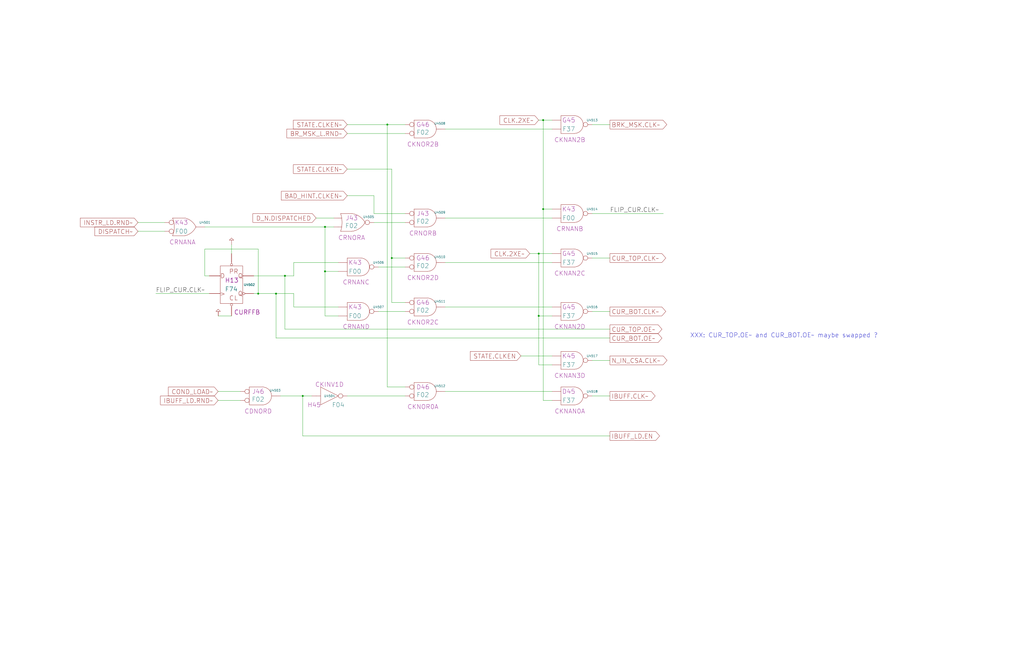
<source format=kicad_sch>
(kicad_sch (version 20211123) (generator eeschema)
  (paper "User" 584.2 378.46)
  (title_block (title "MACRO CONTROL") (date "22-MAY-90") (rev "1.0") (comment 1 "SEQUENCER") (comment 2 "232-003064") (comment 3 "S400") (comment 4 "RELEASED"))
  (lib_symbols
    (symbol "r1000:F00" (pin_numbers hide) (pin_names hide)
      (property "Reference" "U" (at 15.24 0 0))
      (property "Value" "F00" (at 1.905 -5.08 0))
      (property "Location" "___" (at 1.905 0 0))
      (property "Name" "______" (at 2.54 -12.7 0))
      (symbol "F00_0_1"
        (polyline (pts (xy -2.54 -7.62) (xy 5.08 -7.62)) (stroke (width 0.1524)))
        (polyline (pts (xy -2.54 2.54) (xy -2.54 -7.62)) (stroke (width 0.1524)))
        (polyline (pts (xy -2.54 2.54) (xy 5.08 2.54)) (stroke (width 0.1524)))
        (arc (start 5.08 -7.62) (mid 10.1282 -2.54) (end 5.08 2.54) (stroke (width 0.1524)))
        (circle (center 11.43 -2.54) (radius 1.27) (stroke (width 0.1524)))
      )
      (symbol "F00_0_2"
        (circle (center -3.81 -5.08) (radius 1.27) (stroke (width 0.1524)))
        (circle (center -3.81 0) (radius 1.27) (stroke (width 0.1524)))
        (arc (start -3.175 -7.62) (mid -2.134 -2.54) (end -3.175 2.54) (stroke (width 0.1524)))
        (polyline (pts (xy -3.175 -7.62) (xy 3.81 -7.62)) (stroke (width 0.1524)))
        (polyline (pts (xy -3.175 2.54) (xy 3.81 2.54)) (stroke (width 0.1524)))
        (arc (start 3.81 -7.62) (mid 7.5855 -5.8306) (end 10.16 -2.54) (stroke (width 0.1524)))
        (arc (start 10.16 -2.54) (mid 7.5827 0.7471) (end 3.81 2.54) (stroke (width 0.1524)))
      )
      (symbol "F00_1_1"
        (pin input line (at -7.62 0 0) (length 5.08) (name "D0") (number "1"))
        (pin input line (at -7.62 -5.08 0) (length 5.08) (name "D1") (number "2"))
        (pin output line (at 15.24 -2.54 180) (length 2.54) (name "Q") (number "3"))
      )
      (symbol "F00_1_2"
        (pin input line (at -7.62 0 0) (length 2.54) (name "D0") (number "1"))
        (pin input line (at -7.62 -5.08 0) (length 2.54) (name "D1") (number "2"))
        (pin output line (at 15.24 -2.54 180) (length 5.08) (name "Q") (number "3"))
      )
    )
    (symbol "r1000:F02" (pin_numbers hide) (pin_names hide)
      (property "Reference" "U" (at 12.16 0.635 0))
      (property "Value" "F02" (at -1.27 -4.445 0))
      (property "Location" "___" (at 2.54 0 0))
      (property "Name" "______" (at 2.54 -12.7 0))
      (symbol "F02_0_1"
        (arc (start -3.81 -7.62) (mid -2.9847 -2.54) (end -3.81 2.54) (stroke (width 0.1524)))
        (polyline (pts (xy -5.08 -5.08) (xy -3.175 -5.08)) (stroke (width 0.1524)))
        (polyline (pts (xy -5.08 0) (xy -3.175 0)) (stroke (width 0.1524)))
        (polyline (pts (xy -3.81 -7.62) (xy 2.54 -7.62)) (stroke (width 0.1524)))
        (polyline (pts (xy -3.81 2.54) (xy 2.54 2.54)) (stroke (width 0.1524)))
        (polyline (pts (xy 13.97 -2.54) (xy 12.7 -2.54)) (stroke (width 0.1524)))
        (arc (start 2.54 -7.62) (mid 6.9515 -5.9823) (end 10.16 -2.54) (stroke (width 0.1524)))
        (arc (start 10.16 -2.54) (mid 6.9478 0.8966) (end 2.54 2.54) (stroke (width 0.1524)))
        (circle (center 11.43 -2.54) (radius 1.27) (stroke (width 0.1524)))
      )
      (symbol "F02_0_2"
        (circle (center -3.81 -5.08) (radius 1.27) (stroke (width 0.1524)))
        (circle (center -3.81 0) (radius 1.27) (stroke (width 0.1524)))
        (polyline (pts (xy -2.54 -7.62) (xy 5.08 -7.62)) (stroke (width 0.1524)))
        (polyline (pts (xy -2.54 2.54) (xy -2.54 -7.62)) (stroke (width 0.1524)))
        (polyline (pts (xy -2.54 2.54) (xy 5.08 2.54)) (stroke (width 0.1524)))
        (polyline (pts (xy 11.43 -2.54) (xy 10.16 -2.54)) (stroke (width 0.1524)))
        (polyline (pts (xy 11.43 -2.54) (xy 12.7 -2.54)) (stroke (width 0.1524)))
        (arc (start 5.08 -7.62) (mid 10.1282 -2.54) (end 5.08 2.54) (stroke (width 0.1524)))
      )
      (symbol "F02_1_1"
        (pin input line (at -7.62 0 0) (length 2.54) (name "D0") (number "1"))
        (pin input line (at -7.62 -5.08 0) (length 2.54) (name "D1") (number "2"))
        (pin output line (at 15.24 -2.54 180) (length 1.27) (name "Q") (number "3"))
      )
      (symbol "F02_1_2"
        (pin input line (at -7.62 0 0) (length 2.54) (name "D0") (number "1"))
        (pin input line (at -7.62 -5.08 0) (length 2.54) (name "D1") (number "2"))
        (pin output line (at 15.24 -2.54 180) (length 2.54) (name "Q") (number "3"))
      )
    )
    (symbol "r1000:F04" (pin_numbers hide) (pin_names hide)
      (property "Reference" "U" (at 0 0 0))
      (property "Value" "F04" (at 1.27 -5.08 0))
      (property "Location" "___" (at -12.7 -5.08 0))
      (property "Name" "______" (at 0 5.08 0))
      (symbol "F04_0_1"
        (polyline (pts (xy -7.62 0) (xy -5.08 0)) (stroke (width 0.1524)))
        (polyline (pts (xy -5.08 5.08) (xy -5.08 -5.08)) (stroke (width 0.1524)))
        (polyline (pts (xy 5.08 0) (xy -5.08 -5.08)) (stroke (width 0.1524)))
        (polyline (pts (xy 5.08 0) (xy -5.08 5.08)) (stroke (width 0.1524)))
        (circle (center 6.35 0) (radius 1.27) (stroke (width 0.1524)))
      )
      (symbol "F04_1_1"
        (pin input line (at -10.16 0 0) (length 2.54) (name "D") (number "1"))
        (pin output line (at 10.16 0 180) (length 2.54) (name "Q") (number "2"))
      )
    )
    (symbol "r1000:F37" (pin_numbers hide) (pin_names (offset 0) hide)
      (property "Reference" "U" (at 15.24 0 0))
      (property "Value" "F37" (at 1.905 -5.08 0))
      (property "Location" "___" (at 1.905 0 0))
      (property "Name" "______" (at 2.54 -12.7 0))
      (symbol "F37_0_1"
        (polyline (pts (xy -2.54 -7.62) (xy 5.08 -7.62)) (stroke (width 0.1524)))
        (polyline (pts (xy -2.54 2.54) (xy -2.54 -7.62)) (stroke (width 0.1524)))
        (polyline (pts (xy -2.54 2.54) (xy 5.08 2.54)) (stroke (width 0.1524)))
        (arc (start 5.08 -7.62) (mid 10.1282 -2.54) (end 5.08 2.54) (stroke (width 0.1524)))
        (circle (center 11.43 -2.54) (radius 1.27) (stroke (width 0.1524)))
      )
      (symbol "F37_0_2"
        (circle (center -3.81 -5.08) (radius 1.27) (stroke (width 0.1524)))
        (circle (center -3.81 0) (radius 1.27) (stroke (width 0.1524)))
        (arc (start -3.175 -7.62) (mid -2.134 -2.54) (end -3.175 2.54) (stroke (width 0.1524)))
        (polyline (pts (xy -3.175 -7.62) (xy 3.81 -7.62)) (stroke (width 0.1524)))
        (polyline (pts (xy -3.175 2.54) (xy 3.81 2.54)) (stroke (width 0.1524)))
        (arc (start 3.81 -7.62) (mid 7.5855 -5.8306) (end 10.16 -2.54) (stroke (width 0.1524)))
        (arc (start 10.16 -2.54) (mid 7.5827 0.7471) (end 3.81 2.54) (stroke (width 0.1524)))
      )
      (symbol "F37_1_1"
        (pin input line (at -7.62 0 0) (length 5.08) (name "D0") (number "1"))
        (pin input line (at -7.62 -5.08 0) (length 5.08) (name "D1") (number "2"))
        (pin output line (at 15.24 -2.54 180) (length 2.54) (name "Q") (number "3"))
      )
      (symbol "F37_1_2"
        (pin input line (at -7.62 0 0) (length 2.54) (name "D0") (number "1"))
        (pin input line (at -7.62 -5.08 0) (length 2.54) (name "D1") (number "2"))
        (pin output line (at 15.24 -2.54 180) (length 5.08) (name "Q") (number "3"))
      )
    )
    (symbol "r1000:F74" (pin_numbers hide) (pin_names (offset 1.016) hide)
      (property "Reference" "U" (at 12.7 -2.54 0))
      (property "Value" "F74" (at -1.27 -5.08 0))
      (property "Location" "___" (at -1.27 0 0))
      (property "Name" "______" (at 11.43 -19.685 0))
      (symbol "F74_0_1"
        (rectangle (start -3.81 8.255) (end 8.89 -13.335) (stroke (width 0.1524)))
        (polyline (pts (xy 2.54 -15.24) (xy 2.54 -14.605)) (stroke (width 0.1524)))
        (polyline (pts (xy 2.54 10.16) (xy 2.54 9.525)) (stroke (width 0.1524)))
      )
      (symbol "F74_1_1"
        (circle (center 2.54 -13.97) (radius 0.635))
        (circle (center 2.54 8.89) (radius 0.635))
        (circle (center 9.525 -7.62) (radius 0.635))
        (text ">" (at -2.54 -7.62 0) (effects (font (size 2.54 2.54))))
        (text "C" (at 2.54 -10.16 0) (effects (font (size 2.54 2.54))))
        (text "D" (at -2.54 2.54 0) (effects (font (size 2.54 2.54))))
        (text "L" (at 5.08 -10.16 0) (effects (font (size 2.54 2.54))))
        (text "P" (at 2.54 5.08 0) (effects (font (size 2.54 2.54))))
        (text "Q" (at 7.62 -7.62 0) (effects (font (size 2.54 2.54))))
        (text "Q" (at 7.62 2.54 0) (effects (font (size 2.54 2.54))))
        (text "R" (at 5.08 5.08 0) (effects (font (size 2.54 2.54))))
        (pin input line (at 2.54 -20.32 90) (length 5.08) (name "CL_") (number "1"))
        (pin input line (at -10.16 2.54 0) (length 6.35) (name "D") (number "2"))
        (pin input line (at -10.16 -7.62 0) (length 6.35) (name "CLK") (number "3"))
        (pin input line (at 2.54 15.24 270) (length 5.08) (name "PR_") (number "4"))
        (pin output line (at 15.24 2.54 180) (length 6.35) (name "Q") (number "5"))
        (pin output line (at 15.24 -7.62 180) (length 5.08) (name "Q_") (number "6"))
      )
    )
    (symbol "r1000:PU" (power) (pin_numbers hide) (pin_names hide)
      (symbol "PU_0_1"
        (polyline (pts (xy 0 2.54) (xy -1.27 2.54) (xy 0 3.81) (xy 1.27 2.54) (xy 0 2.54)) (stroke (width 0.1524)))
      )
      (symbol "PU_1_1"
        (pin power_in line (at 0 0 90) (length 2.54) (name "PU") (number "1"))
      )
    )
  )
  (wire (pts (xy 116.84 129.54) (xy 185.42 129.54)))
  (wire (pts (xy 116.84 142.24) (xy 147.32 142.24)))
  (wire (pts (xy 116.84 157.48) (xy 116.84 142.24)))
  (wire (pts (xy 119.38 157.48) (xy 116.84 157.48)))
  (wire (pts (xy 124.46 180.34) (xy 132.08 180.34)))
  (wire (pts (xy 124.46 223.52) (xy 137.16 223.52)))
  (wire (pts (xy 124.46 228.6) (xy 137.16 228.6)))
  (wire (pts (xy 132.08 139.7) (xy 132.08 144.78)))
  (wire (pts (xy 144.78 167.64) (xy 147.32 167.64)))
  (wire (pts (xy 147.32 142.24) (xy 147.32 167.64)))
  (wire (pts (xy 147.32 167.64) (xy 157.48 167.64)))
  (wire (pts (xy 157.48 167.64) (xy 157.48 193.04)))
  (wire (pts (xy 157.48 167.64) (xy 167.64 167.64)))
  (wire (pts (xy 160.02 226.06) (xy 172.72 226.06)))
  (wire (pts (xy 162.56 157.48) (xy 144.78 157.48)))
  (wire (pts (xy 162.56 157.48) (xy 162.56 187.96)))
  (wire (pts (xy 167.64 149.86) (xy 167.64 157.48)))
  (wire (pts (xy 167.64 157.48) (xy 162.56 157.48)))
  (wire (pts (xy 167.64 175.26) (xy 167.64 167.64)))
  (wire (pts (xy 172.72 226.06) (xy 172.72 248.92)))
  (wire (pts (xy 172.72 226.06) (xy 177.8 226.06)))
  (wire (pts (xy 172.72 248.92) (xy 347.98 248.92)))
  (wire (pts (xy 180.34 124.46) (xy 190.5 124.46)))
  (wire (pts (xy 185.42 129.54) (xy 190.5 129.54)))
  (wire (pts (xy 185.42 154.94) (xy 185.42 129.54)))
  (wire (pts (xy 185.42 154.94) (xy 193.04 154.94)))
  (wire (pts (xy 185.42 180.34) (xy 185.42 154.94)))
  (wire (pts (xy 193.04 149.86) (xy 167.64 149.86)))
  (wire (pts (xy 193.04 175.26) (xy 167.64 175.26)))
  (wire (pts (xy 193.04 180.34) (xy 185.42 180.34)))
  (wire (pts (xy 198.12 111.76) (xy 213.36 111.76)))
  (wire (pts (xy 198.12 226.06) (xy 231.14 226.06)))
  (wire (pts (xy 198.12 71.12) (xy 220.98 71.12)))
  (wire (pts (xy 198.12 76.2) (xy 231.14 76.2)))
  (wire (pts (xy 198.12 96.52) (xy 223.52 96.52)))
  (wire (pts (xy 213.36 111.76) (xy 213.36 121.92)))
  (wire (pts (xy 213.36 121.92) (xy 231.14 121.92)))
  (wire (pts (xy 213.36 127) (xy 231.14 127)))
  (wire (pts (xy 215.9 152.4) (xy 231.14 152.4)))
  (wire (pts (xy 215.9 177.8) (xy 231.14 177.8)))
  (wire (pts (xy 220.98 220.98) (xy 220.98 71.12)))
  (wire (pts (xy 220.98 71.12) (xy 231.14 71.12)))
  (wire (pts (xy 223.52 147.32) (xy 231.14 147.32)))
  (wire (pts (xy 223.52 172.72) (xy 223.52 147.32)))
  (wire (pts (xy 223.52 96.52) (xy 223.52 147.32)))
  (wire (pts (xy 231.14 172.72) (xy 223.52 172.72)))
  (wire (pts (xy 231.14 220.98) (xy 220.98 220.98)))
  (wire (pts (xy 254 124.46) (xy 314.96 124.46)))
  (wire (pts (xy 254 149.86) (xy 314.96 149.86)))
  (wire (pts (xy 254 175.26) (xy 314.96 175.26)))
  (wire (pts (xy 254 223.52) (xy 314.96 223.52)))
  (wire (pts (xy 254 73.66) (xy 314.96 73.66)))
  (wire (pts (xy 297.18 203.2) (xy 314.96 203.2)))
  (wire (pts (xy 302.26 144.78) (xy 307.34 144.78)))
  (wire (pts (xy 307.34 144.78) (xy 314.96 144.78)))
  (wire (pts (xy 307.34 180.34) (xy 307.34 144.78)))
  (wire (pts (xy 307.34 208.28) (xy 307.34 180.34)))
  (wire (pts (xy 307.34 68.58) (xy 309.88 68.58)))
  (wire (pts (xy 309.88 119.38) (xy 309.88 228.6)))
  (wire (pts (xy 309.88 119.38) (xy 309.88 68.58)))
  (wire (pts (xy 309.88 68.58) (xy 314.96 68.58)))
  (wire (pts (xy 314.96 119.38) (xy 309.88 119.38)))
  (wire (pts (xy 314.96 180.34) (xy 307.34 180.34)))
  (wire (pts (xy 314.96 208.28) (xy 307.34 208.28)))
  (wire (pts (xy 314.96 228.6) (xy 309.88 228.6)))
  (wire (pts (xy 337.82 121.92) (xy 378.46 121.92)))
  (wire (pts (xy 337.82 147.32) (xy 347.98 147.32)))
  (wire (pts (xy 337.82 177.8) (xy 347.98 177.8)))
  (wire (pts (xy 337.82 205.74) (xy 347.98 205.74)))
  (wire (pts (xy 337.82 226.06) (xy 347.98 226.06)))
  (wire (pts (xy 337.82 71.12) (xy 347.98 71.12)))
  (wire (pts (xy 347.98 187.96) (xy 162.56 187.96)))
  (wire (pts (xy 347.98 193.04) (xy 157.48 193.04)))
  (wire (pts (xy 78.74 127) (xy 93.98 127)))
  (wire (pts (xy 78.74 132.08) (xy 93.98 132.08)))
  (wire (pts (xy 88.9 167.64) (xy 119.38 167.64)))
  (global_label "INSTR_LD.RND~" (shape input) (at 78.74 127 180) (effects (font (size 2.54 2.54))) (property "Intersheet References" "${INTERSHEET_REFS}" (at 45.853 126.8413 0) (effects (font (size 2.54 2.54)) (justify right))))
  (global_label "DISPATCH~" (shape input) (at 78.74 132.08 180) (effects (font (size 2.54 2.54))) (property "Intersheet References" "${INTERSHEET_REFS}" (at 54.0778 131.9213 0) (effects (font (size 2.54 2.54)) (justify right))))
  (label "FLIP_CUR.CLK~" (at 88.9 167.64 0) (effects (font (size 2.54 2.54))))
  (symbol (lib_id "r1000:F00") (at 101.6 127 0) (unit 1) (convert 2)
    (property "Reference" "U4501" (at 116.84 127 0))
    (property "Value" "F00" (at 103.505 132.08 0) (effects (font (size 2.54 2.54))))
    (property "Location" "K43" (at 103.505 127 0) (effects (font (size 2.54 2.54))))
    (property "Name" "CRNANA" (at 104.14 139.7 0) (effects (font (size 2.54 2.54)) (justify bottom)))
  )
  (symbol (lib_id "r1000:PU") (at 124.46 180.34 0) (unit 1)
    (property "Reference" "#PWR04501" (effects hide))
    (property "Value" "PU" (effects hide))
  )
  (global_label "COND_LOAD~" (shape input) (at 124.46 223.52 180) (effects (font (size 2.54 2.54))) (property "Intersheet References" "${INTERSHEET_REFS}" (at 96.0483 223.3613 0) (effects (font (size 2.54 2.54)) (justify right))))
  (global_label "IBUFF_LD.RND~" (shape input) (at 124.46 228.6 180) (effects (font (size 2.54 2.54))) (property "Intersheet References" "${INTERSHEET_REFS}" (at 91.573 228.4413 0) (effects (font (size 2.54 2.54)) (justify right))))
  (symbol (lib_id "r1000:F74") (at 129.54 160.02 0) (unit 1)
    (property "Reference" "U4502" (at 142.24 162.56 0))
    (property "Value" "F74" (at 128.27 165.1 0) (effects (font (size 2.54 2.54)) (justify left)))
    (property "Location" "H13" (at 128.27 160.02 0) (effects (font (size 2.54 2.54)) (justify left)))
    (property "Name" "CURFFB" (at 140.97 179.705 0) (effects (font (size 2.54 2.54)) (justify bottom)))
  )
  (symbol (lib_id "r1000:PU") (at 132.08 139.7 0) (unit 1)
    (property "Reference" "#PWR04502" (effects hide))
    (property "Value" "PU" (effects hide))
  )
  (symbol (lib_id "r1000:F02") (at 144.78 223.52 0) (unit 1) (convert 2)
    (property "Reference" "U4503" (at 156.94 222.885 0))
    (property "Value" "F02" (at 143.51 227.965 0) (effects (font (size 2.54 2.54)) (justify left)))
    (property "Location" "J46" (at 147.32 223.52 0) (effects (font (size 2.54 2.54))))
    (property "Name" "CDNORD" (at 147.32 236.22 0) (effects (font (size 2.54 2.54)) (justify bottom)))
  )
  (junction (at 147.32 167.64))
  (junction (at 157.48 167.64))
  (junction (at 162.56 157.48))
  (junction (at 172.72 226.06))
  (global_label "D_N.DISPATCHED" (shape input) (at 180.34 124.46 180) (effects (font (size 2.54 2.54))) (property "Intersheet References" "${INTERSHEET_REFS}" (at 144.3083 124.3013 0) (effects (font (size 2.54 2.54)) (justify right))))
  (junction (at 185.42 129.54))
  (junction (at 185.42 154.94))
  (symbol (lib_id "r1000:F04") (at 187.96 226.06 0) (unit 1)
    (property "Reference" "U4504" (at 187.96 226.06 0))
    (property "Value" "F04" (at 189.23 231.14 0) (effects (font (size 2.54 2.54)) (justify left)))
    (property "Location" "H45" (at 175.26 231.14 0) (effects (font (size 2.54 2.54)) (justify left)))
    (property "Name" "CKINV1D" (at 187.96 220.98 0) (effects (font (size 2.54 2.54)) (justify bottom)))
  )
  (global_label "STATE.CLKEN~" (shape input) (at 198.12 71.12 180) (effects (font (size 2.54 2.54))) (property "Intersheet References" "${INTERSHEET_REFS}" (at 161.2416 70.9613 0) (effects (font (size 2.54 2.54)) (justify right))))
  (global_label "BR_MSK_L.RND~" (shape input) (at 198.12 76.2 180) (effects (font (size 2.54 2.54))) (property "Intersheet References" "${INTERSHEET_REFS}" (at 163.6607 76.0413 0) (effects (font (size 2.54 2.54)) (justify right))))
  (global_label "STATE.CLKEN~" (shape input) (at 198.12 96.52 180) (effects (font (size 2.54 2.54))) (property "Intersheet References" "${INTERSHEET_REFS}" (at 161.2416 96.3613 0) (effects (font (size 2.54 2.54)) (justify right))))
  (global_label "BAD_HINT.CLKEN~" (shape input) (at 198.12 111.76 180) (effects (font (size 2.54 2.54))) (property "Intersheet References" "${INTERSHEET_REFS}" (at 160.5159 111.6013 0) (effects (font (size 2.54 2.54)) (justify right))))
  (symbol (lib_id "r1000:F02") (at 198.12 124.46 0) (unit 1)
    (property "Reference" "U4505" (at 210.28 123.825 0))
    (property "Value" "F02" (at 196.85 128.905 0) (effects (font (size 2.54 2.54)) (justify left)))
    (property "Location" "J43" (at 200.66 124.46 0) (effects (font (size 2.54 2.54))))
    (property "Name" "CRNORA" (at 200.66 137.16 0) (effects (font (size 2.54 2.54)) (justify bottom)))
  )
  (symbol (lib_id "r1000:F00") (at 200.66 149.86 0) (unit 1)
    (property "Reference" "U4506" (at 215.9 149.86 0))
    (property "Value" "F00" (at 202.565 154.94 0) (effects (font (size 2.54 2.54))))
    (property "Location" "K43" (at 202.565 149.86 0) (effects (font (size 2.54 2.54))))
    (property "Name" "CRNANC" (at 203.2 162.56 0) (effects (font (size 2.54 2.54)) (justify bottom)))
  )
  (symbol (lib_id "r1000:F00") (at 200.66 175.26 0) (unit 1)
    (property "Reference" "U4507" (at 215.9 175.26 0))
    (property "Value" "F00" (at 202.565 180.34 0) (effects (font (size 2.54 2.54))))
    (property "Location" "K43" (at 202.565 175.26 0) (effects (font (size 2.54 2.54))))
    (property "Name" "CRNAND" (at 203.2 187.96 0) (effects (font (size 2.54 2.54)) (justify bottom)))
  )
  (junction (at 220.98 71.12))
  (junction (at 223.52 147.32))
  (symbol (lib_id "r1000:F02") (at 238.76 71.12 0) (unit 1) (convert 2)
    (property "Reference" "U4508" (at 250.92 70.485 0))
    (property "Value" "F02" (at 237.49 75.565 0) (effects (font (size 2.54 2.54)) (justify left)))
    (property "Location" "G46" (at 241.3 71.12 0) (effects (font (size 2.54 2.54))))
    (property "Name" "CKNOR2B" (at 241.3 83.82 0) (effects (font (size 2.54 2.54)) (justify bottom)))
  )
  (symbol (lib_id "r1000:F02") (at 238.76 121.92 0) (unit 1) (convert 2)
    (property "Reference" "U4509" (at 250.92 121.285 0))
    (property "Value" "F02" (at 237.49 126.365 0) (effects (font (size 2.54 2.54)) (justify left)))
    (property "Location" "J43" (at 241.3 121.92 0) (effects (font (size 2.54 2.54))))
    (property "Name" "CRNORB" (at 241.3 134.62 0) (effects (font (size 2.54 2.54)) (justify bottom)))
  )
  (symbol (lib_id "r1000:F02") (at 238.76 147.32 0) (unit 1) (convert 2)
    (property "Reference" "U4510" (at 250.92 146.685 0))
    (property "Value" "F02" (at 237.49 151.765 0) (effects (font (size 2.54 2.54)) (justify left)))
    (property "Location" "G46" (at 241.3 147.32 0) (effects (font (size 2.54 2.54))))
    (property "Name" "CKNOR2D" (at 241.3 160.02 0) (effects (font (size 2.54 2.54)) (justify bottom)))
  )
  (symbol (lib_id "r1000:F02") (at 238.76 172.72 0) (unit 1) (convert 2)
    (property "Reference" "U4511" (at 250.92 172.085 0))
    (property "Value" "F02" (at 237.49 177.165 0) (effects (font (size 2.54 2.54)) (justify left)))
    (property "Location" "G46" (at 241.3 172.72 0) (effects (font (size 2.54 2.54))))
    (property "Name" "CKNOR2C" (at 241.3 185.42 0) (effects (font (size 2.54 2.54)) (justify bottom)))
  )
  (symbol (lib_id "r1000:F02") (at 238.76 220.98 0) (unit 1) (convert 2)
    (property "Reference" "U4512" (at 250.92 220.345 0))
    (property "Value" "F02" (at 237.49 225.425 0) (effects (font (size 2.54 2.54)) (justify left)))
    (property "Location" "D46" (at 241.3 220.98 0) (effects (font (size 2.54 2.54))))
    (property "Name" "CKNOR0A" (at 241.3 233.68 0) (effects (font (size 2.54 2.54)) (justify bottom)))
  )
  (global_label "STATE.CLKEN" (shape input) (at 297.18 203.2 180) (effects (font (size 2.54 2.54))) (property "Intersheet References" "${INTERSHEET_REFS}" (at 268.2845 203.0413 0) (effects (font (size 2.54 2.54)) (justify right))))
  (global_label "CLK.2XE~" (shape input) (at 302.26 144.78 180) (effects (font (size 2.54 2.54))) (property "Intersheet References" "${INTERSHEET_REFS}" (at 273.9692 144.6213 0) (effects (font (size 2.54 2.54)) (justify right))))
  (global_label "CLK.2XE~" (shape input) (at 307.34 68.58 180) (effects (font (size 2.54 2.54))) (property "Intersheet References" "${INTERSHEET_REFS}" (at 279.0492 68.4213 0) (effects (font (size 2.54 2.54)) (justify right))))
  (junction (at 307.34 144.78))
  (junction (at 307.34 180.34))
  (junction (at 309.88 68.58))
  (junction (at 309.88 119.38))
  (symbol (lib_id "r1000:F37") (at 322.58 68.58 0) (unit 1)
    (property "Reference" "U4513" (at 337.82 68.58 0))
    (property "Value" "F37" (at 324.485 73.66 0) (effects (font (size 2.54 2.54))))
    (property "Location" "G45" (at 324.485 68.58 0) (effects (font (size 2.54 2.54))))
    (property "Name" "CKNAN2B" (at 325.12 81.28 0) (effects (font (size 2.54 2.54)) (justify bottom)))
  )
  (symbol (lib_id "r1000:F00") (at 322.58 119.38 0) (unit 1)
    (property "Reference" "U4514" (at 337.82 119.38 0))
    (property "Value" "F00" (at 324.485 124.46 0) (effects (font (size 2.54 2.54))))
    (property "Location" "K43" (at 324.485 119.38 0) (effects (font (size 2.54 2.54))))
    (property "Name" "CRNANB" (at 325.12 132.08 0) (effects (font (size 2.54 2.54)) (justify bottom)))
  )
  (symbol (lib_id "r1000:F37") (at 322.58 144.78 0) (unit 1)
    (property "Reference" "U4515" (at 337.82 144.78 0))
    (property "Value" "F37" (at 324.485 149.86 0) (effects (font (size 2.54 2.54))))
    (property "Location" "G45" (at 324.485 144.78 0) (effects (font (size 2.54 2.54))))
    (property "Name" "CKNAN2C" (at 325.12 157.48 0) (effects (font (size 2.54 2.54)) (justify bottom)))
  )
  (symbol (lib_id "r1000:F37") (at 322.58 175.26 0) (unit 1)
    (property "Reference" "U4516" (at 337.82 175.26 0))
    (property "Value" "F37" (at 324.485 180.34 0) (effects (font (size 2.54 2.54))))
    (property "Location" "G45" (at 324.485 175.26 0) (effects (font (size 2.54 2.54))))
    (property "Name" "CKNAN2D" (at 325.12 187.96 0) (effects (font (size 2.54 2.54)) (justify bottom)))
  )
  (symbol (lib_id "r1000:F37") (at 322.58 203.2 0) (unit 1)
    (property "Reference" "U4517" (at 337.82 203.2 0))
    (property "Value" "F37" (at 324.485 208.28 0) (effects (font (size 2.54 2.54))))
    (property "Location" "K45" (at 324.485 203.2 0) (effects (font (size 2.54 2.54))))
    (property "Name" "CKNAN3D" (at 325.12 215.9 0) (effects (font (size 2.54 2.54)) (justify bottom)))
  )
  (symbol (lib_id "r1000:F37") (at 322.58 223.52 0) (unit 1)
    (property "Reference" "U4518" (at 337.82 223.52 0))
    (property "Value" "F37" (at 324.485 228.6 0) (effects (font (size 2.54 2.54))))
    (property "Location" "D45" (at 324.485 223.52 0) (effects (font (size 2.54 2.54))))
    (property "Name" "CKNAN0A" (at 325.12 236.22 0) (effects (font (size 2.54 2.54)) (justify bottom)))
  )
  (global_label "BRK_MSK.CLK~" (shape output) (at 347.98 71.12 0) (effects (font (size 2.54 2.54))) (property "Intersheet References" "${INTERSHEET_REFS}" (at 380.3831 70.9613 0) (effects (font (size 2.54 2.54)) (justify left))))
  (label "FLIP_CUR.CLK~" (at 347.98 121.92 0) (effects (font (size 2.54 2.54))))
  (global_label "CUR_TOP.CLK~" (shape output) (at 347.98 147.32 0) (effects (font (size 2.54 2.54))) (property "Intersheet References" "${INTERSHEET_REFS}" (at 379.7784 147.1613 0) (effects (font (size 2.54 2.54)) (justify left))))
  (global_label "CUR_BOT.CLK~" (shape output) (at 347.98 177.8 0) (effects (font (size 2.54 2.54))) (property "Intersheet References" "${INTERSHEET_REFS}" (at 379.7784 177.6413 0) (effects (font (size 2.54 2.54)) (justify left))))
  (global_label "CUR_TOP.OE~" (shape output) (at 347.98 187.96 0) (effects (font (size 2.54 2.54))) (property "Intersheet References" "${INTERSHEET_REFS}" (at 377.6012 187.8013 0) (effects (font (size 2.54 2.54)) (justify left))))
  (global_label "CUR_BOT.OE~" (shape output) (at 347.98 193.04 0) (effects (font (size 2.54 2.54))) (property "Intersheet References" "${INTERSHEET_REFS}" (at 377.6012 192.8813 0) (effects (font (size 2.54 2.54)) (justify left))))
  (global_label "N_IN_CSA.CLK~" (shape output) (at 347.98 205.74 0) (effects (font (size 2.54 2.54))) (property "Intersheet References" "${INTERSHEET_REFS}" (at 380.5041 205.5813 0) (effects (font (size 2.54 2.54)) (justify left))))
  (global_label "IBUFF.CLK~" (shape output) (at 347.98 226.06 0) (effects (font (size 2.54 2.54))) (property "Intersheet References" "${INTERSHEET_REFS}" (at 373.7308 225.9013 0) (effects (font (size 2.54 2.54)) (justify left))))
  (global_label "IBUFF_LD.EN" (shape output) (at 347.98 248.92 0) (effects (font (size 2.54 2.54))) (property "Intersheet References" "${INTERSHEET_REFS}" (at 376.2708 248.7613 0) (effects (font (size 2.54 2.54)) (justify left))))
  (text "XXX: CUR_TOP.OE~ and CUR_BOT.OE~ maybe swapped ?\n" (at 393.7 193.04 0) (effects (font (size 2.54 2.54)) (justify left bottom)))
)
</source>
